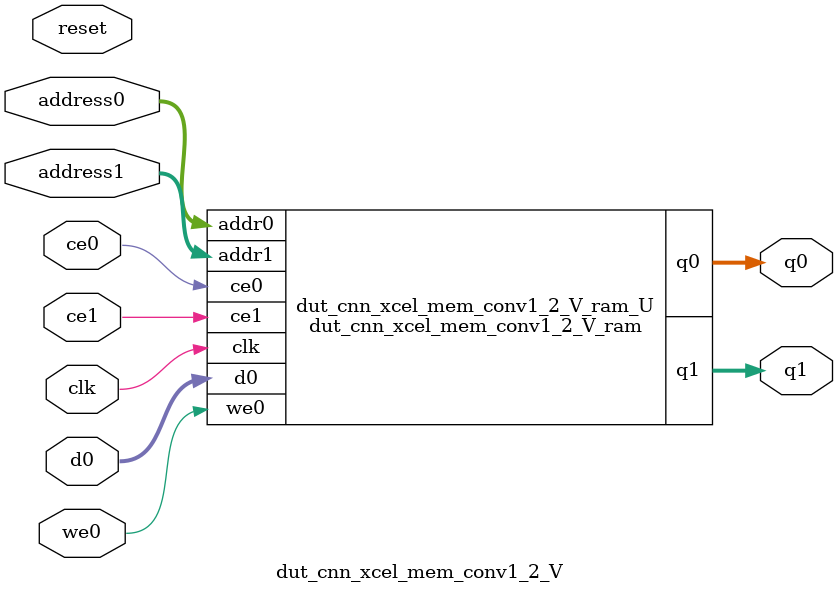
<source format=v>

`timescale 1 ns / 1 ps
module dut_cnn_xcel_mem_conv1_2_V_ram (addr0, ce0, d0, we0, q0, addr1, ce1, q1,  clk);

parameter DWIDTH = 14;
parameter AWIDTH = 9;
parameter MEM_SIZE = 266;

input[AWIDTH-1:0] addr0;
input ce0;
input[DWIDTH-1:0] d0;
input we0;
output reg[DWIDTH-1:0] q0;
input[AWIDTH-1:0] addr1;
input ce1;
output reg[DWIDTH-1:0] q1;
input clk;

(* ram_style = "block" *)reg [DWIDTH-1:0] ram[MEM_SIZE-1:0];




always @(posedge clk)  
begin 
    if (ce0) 
    begin
        if (we0) 
        begin 
            ram[addr0] <= d0; 
            q0 <= d0;
        end 
        else 
            q0 <= ram[addr0];
    end
end


always @(posedge clk)  
begin 
    if (ce1) 
    begin
            q1 <= ram[addr1];
    end
end


endmodule


`timescale 1 ns / 1 ps
module dut_cnn_xcel_mem_conv1_2_V(
    reset,
    clk,
    address0,
    ce0,
    we0,
    d0,
    q0,
    address1,
    ce1,
    q1);

parameter DataWidth = 32'd14;
parameter AddressRange = 32'd266;
parameter AddressWidth = 32'd9;
input reset;
input clk;
input[AddressWidth - 1:0] address0;
input ce0;
input we0;
input[DataWidth - 1:0] d0;
output[DataWidth - 1:0] q0;
input[AddressWidth - 1:0] address1;
input ce1;
output[DataWidth - 1:0] q1;



dut_cnn_xcel_mem_conv1_2_V_ram dut_cnn_xcel_mem_conv1_2_V_ram_U(
    .clk( clk ),
    .addr0( address0 ),
    .ce0( ce0 ),
    .d0( d0 ),
    .we0( we0 ),
    .q0( q0 ),
    .addr1( address1 ),
    .ce1( ce1 ),
    .q1( q1 ));

endmodule


</source>
